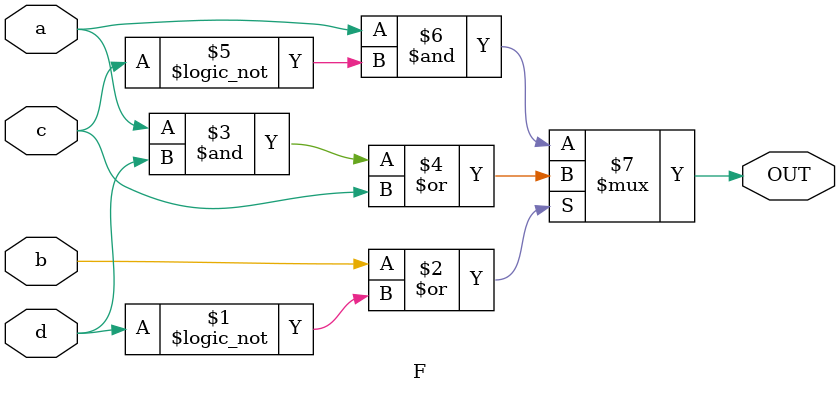
<source format=v>
module Problem1(input reset, input increment, output data);
	reg [3:0] count;
	
	initial
	begin
		count = 4'b0000;
	end

	always@(posedge reset or posedge increment) //async reset
	begin
		if(reset)
			count = 4'b0000;
		else if(increment)
			count = count + 4'b0001;
		end
	
		F myF(.a(count[3]), .b(count[2]), .c(count[1]), .d(count[0]), .OUT(data));
		
endmodule

module F(input a, input b, input c, input d, output OUT);
	assign OUT = (b|!d) ? ((a&d)|c) : (a&(!c));
endmodule
</source>
